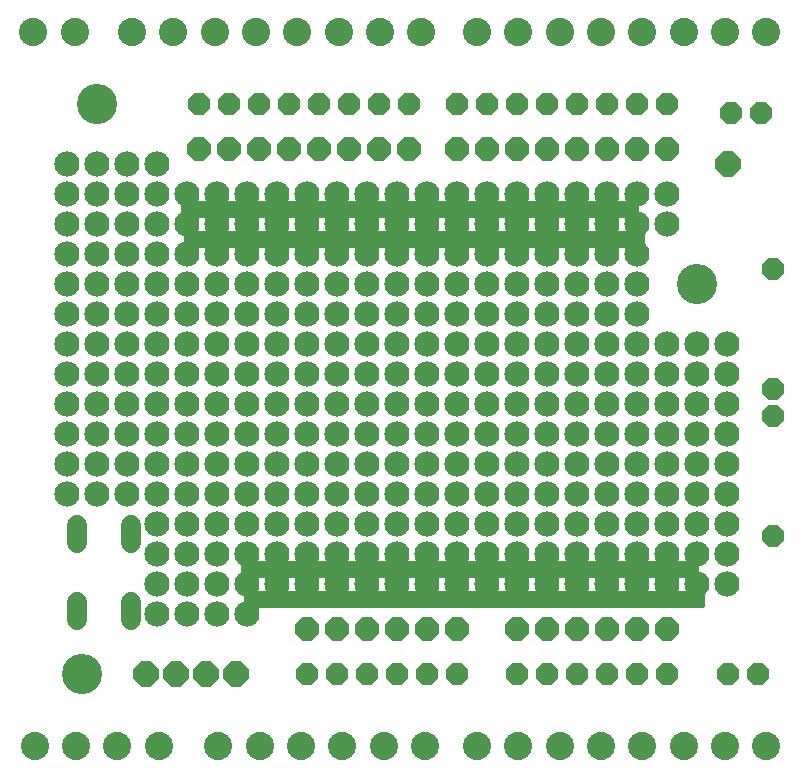
<source format=gbr>
G04 EAGLE Gerber RS-274X export*
G75*
%MOMM*%
%FSLAX34Y34*%
%LPD*%
%INSoldermask Top*%
%IPPOS*%
%AMOC8*
5,1,8,0,0,1.08239X$1,22.5*%
G01*
%ADD10P,2.034460X8X22.500000*%
%ADD11C,3.403200*%
%ADD12P,2.144431X8X112.500000*%
%ADD13P,2.144431X8X292.500000*%
%ADD14C,2.387600*%
%ADD15C,1.727200*%
%ADD16P,2.034460X8X112.500000*%
%ADD17P,2.034460X8X292.500000*%
%ADD18P,2.309387X8X22.500000*%
%ADD19C,2.133600*%

G36*
X614698Y386591D02*
X614698Y386591D01*
X614716Y386589D01*
X614898Y386610D01*
X615081Y386629D01*
X615098Y386634D01*
X615115Y386636D01*
X615290Y386693D01*
X615466Y386747D01*
X615481Y386755D01*
X615498Y386761D01*
X615658Y386851D01*
X615820Y386939D01*
X615833Y386950D01*
X615849Y386959D01*
X615988Y387079D01*
X616129Y387196D01*
X616140Y387210D01*
X616154Y387222D01*
X616266Y387367D01*
X616381Y387510D01*
X616389Y387526D01*
X616400Y387540D01*
X616482Y387705D01*
X616567Y387867D01*
X616572Y387884D01*
X616580Y387901D01*
X616627Y388079D01*
X616678Y388254D01*
X616680Y388272D01*
X616684Y388289D01*
X616711Y388620D01*
X616711Y398780D01*
X616710Y398796D01*
X616711Y398812D01*
X616711Y398813D01*
X616711Y398816D01*
X616690Y398998D01*
X616671Y399181D01*
X616666Y399198D01*
X616664Y399215D01*
X616607Y399390D01*
X616553Y399566D01*
X616545Y399581D01*
X616539Y399598D01*
X616449Y399758D01*
X616361Y399920D01*
X616350Y399933D01*
X616341Y399949D01*
X616221Y400088D01*
X616104Y400229D01*
X616090Y400240D01*
X616078Y400254D01*
X615933Y400366D01*
X615790Y400481D01*
X615774Y400489D01*
X615760Y400500D01*
X615595Y400582D01*
X615433Y400667D01*
X615416Y400672D01*
X615400Y400680D01*
X615221Y400727D01*
X615046Y400778D01*
X615028Y400780D01*
X615011Y400784D01*
X614680Y400811D01*
X228600Y400811D01*
X228582Y400809D01*
X228564Y400811D01*
X228382Y400790D01*
X228199Y400771D01*
X228182Y400766D01*
X228165Y400764D01*
X227990Y400707D01*
X227814Y400653D01*
X227799Y400645D01*
X227782Y400639D01*
X227622Y400549D01*
X227460Y400461D01*
X227447Y400450D01*
X227431Y400441D01*
X227292Y400321D01*
X227151Y400204D01*
X227140Y400190D01*
X227127Y400178D01*
X227014Y400033D01*
X226899Y399890D01*
X226891Y399874D01*
X226880Y399860D01*
X226798Y399695D01*
X226713Y399533D01*
X226708Y399516D01*
X226700Y399500D01*
X226653Y399321D01*
X226602Y399146D01*
X226600Y399128D01*
X226596Y399111D01*
X226569Y398780D01*
X226569Y388620D01*
X226571Y388602D01*
X226569Y388584D01*
X226590Y388402D01*
X226609Y388219D01*
X226614Y388202D01*
X226616Y388185D01*
X226673Y388010D01*
X226727Y387834D01*
X226735Y387819D01*
X226741Y387802D01*
X226831Y387642D01*
X226919Y387480D01*
X226930Y387467D01*
X226939Y387451D01*
X227059Y387312D01*
X227176Y387171D01*
X227190Y387160D01*
X227202Y387147D01*
X227347Y387034D01*
X227490Y386919D01*
X227506Y386911D01*
X227520Y386900D01*
X227685Y386818D01*
X227847Y386733D01*
X227864Y386728D01*
X227881Y386720D01*
X228059Y386673D01*
X228234Y386622D01*
X228252Y386620D01*
X228269Y386616D01*
X228600Y386589D01*
X614680Y386589D01*
X614698Y386591D01*
G37*
G36*
X665498Y81791D02*
X665498Y81791D01*
X665516Y81789D01*
X665698Y81810D01*
X665881Y81829D01*
X665898Y81834D01*
X665915Y81836D01*
X666090Y81893D01*
X666266Y81947D01*
X666281Y81955D01*
X666298Y81961D01*
X666458Y82051D01*
X666620Y82139D01*
X666633Y82150D01*
X666649Y82159D01*
X666788Y82279D01*
X666929Y82396D01*
X666940Y82410D01*
X666954Y82422D01*
X667066Y82567D01*
X667181Y82710D01*
X667189Y82726D01*
X667200Y82740D01*
X667282Y82905D01*
X667367Y83067D01*
X667372Y83084D01*
X667380Y83101D01*
X667427Y83279D01*
X667478Y83454D01*
X667480Y83472D01*
X667484Y83489D01*
X667511Y83820D01*
X667511Y93980D01*
X667510Y93996D01*
X667511Y94012D01*
X667511Y94013D01*
X667511Y94016D01*
X667490Y94198D01*
X667471Y94381D01*
X667466Y94398D01*
X667464Y94415D01*
X667407Y94590D01*
X667353Y94766D01*
X667345Y94781D01*
X667339Y94798D01*
X667249Y94958D01*
X667161Y95120D01*
X667150Y95133D01*
X667141Y95149D01*
X667021Y95288D01*
X666904Y95429D01*
X666890Y95440D01*
X666878Y95454D01*
X666733Y95566D01*
X666590Y95681D01*
X666574Y95689D01*
X666560Y95700D01*
X666395Y95782D01*
X666233Y95867D01*
X666216Y95872D01*
X666200Y95880D01*
X666021Y95927D01*
X665846Y95978D01*
X665828Y95980D01*
X665811Y95984D01*
X665480Y96011D01*
X279400Y96011D01*
X279382Y96009D01*
X279364Y96011D01*
X279182Y95990D01*
X278999Y95971D01*
X278982Y95966D01*
X278965Y95964D01*
X278790Y95907D01*
X278614Y95853D01*
X278599Y95845D01*
X278582Y95839D01*
X278422Y95749D01*
X278260Y95661D01*
X278247Y95650D01*
X278231Y95641D01*
X278092Y95521D01*
X277951Y95404D01*
X277940Y95390D01*
X277927Y95378D01*
X277814Y95233D01*
X277699Y95090D01*
X277691Y95074D01*
X277680Y95060D01*
X277598Y94895D01*
X277513Y94733D01*
X277508Y94716D01*
X277500Y94700D01*
X277453Y94521D01*
X277402Y94346D01*
X277400Y94328D01*
X277396Y94311D01*
X277369Y93980D01*
X277369Y83820D01*
X277371Y83802D01*
X277369Y83784D01*
X277390Y83602D01*
X277409Y83419D01*
X277414Y83402D01*
X277416Y83385D01*
X277473Y83210D01*
X277527Y83034D01*
X277535Y83019D01*
X277541Y83002D01*
X277631Y82842D01*
X277719Y82680D01*
X277730Y82667D01*
X277739Y82651D01*
X277859Y82512D01*
X277976Y82371D01*
X277990Y82360D01*
X278002Y82347D01*
X278147Y82234D01*
X278290Y82119D01*
X278306Y82111D01*
X278320Y82100D01*
X278485Y82018D01*
X278647Y81933D01*
X278664Y81928D01*
X278681Y81920D01*
X278859Y81873D01*
X279034Y81822D01*
X279052Y81820D01*
X279069Y81816D01*
X279400Y81789D01*
X665480Y81789D01*
X665498Y81791D01*
G37*
G36*
X609618Y411991D02*
X609618Y411991D01*
X609636Y411989D01*
X609818Y412010D01*
X610001Y412029D01*
X610018Y412034D01*
X610035Y412036D01*
X610210Y412093D01*
X610386Y412147D01*
X610401Y412155D01*
X610418Y412161D01*
X610578Y412251D01*
X610740Y412339D01*
X610753Y412350D01*
X610769Y412359D01*
X610908Y412479D01*
X611049Y412596D01*
X611060Y412610D01*
X611074Y412622D01*
X611186Y412767D01*
X611301Y412910D01*
X611309Y412926D01*
X611320Y412940D01*
X611402Y413105D01*
X611487Y413267D01*
X611492Y413284D01*
X611500Y413301D01*
X611547Y413479D01*
X611598Y413654D01*
X611600Y413672D01*
X611604Y413689D01*
X611631Y414020D01*
X611631Y424180D01*
X611630Y424196D01*
X611631Y424212D01*
X611631Y424213D01*
X611631Y424216D01*
X611610Y424398D01*
X611591Y424581D01*
X611586Y424598D01*
X611584Y424615D01*
X611527Y424790D01*
X611473Y424966D01*
X611465Y424981D01*
X611459Y424998D01*
X611369Y425158D01*
X611281Y425320D01*
X611270Y425333D01*
X611261Y425349D01*
X611141Y425488D01*
X611024Y425629D01*
X611010Y425640D01*
X610998Y425654D01*
X610853Y425766D01*
X610710Y425881D01*
X610694Y425889D01*
X610680Y425900D01*
X610515Y425982D01*
X610353Y426067D01*
X610336Y426072D01*
X610320Y426080D01*
X610141Y426127D01*
X609966Y426178D01*
X609948Y426180D01*
X609931Y426184D01*
X609600Y426211D01*
X226060Y426211D01*
X226042Y426209D01*
X226024Y426211D01*
X225842Y426190D01*
X225659Y426171D01*
X225642Y426166D01*
X225625Y426164D01*
X225450Y426107D01*
X225274Y426053D01*
X225259Y426045D01*
X225242Y426039D01*
X225082Y425949D01*
X224920Y425861D01*
X224907Y425850D01*
X224891Y425841D01*
X224752Y425721D01*
X224611Y425604D01*
X224600Y425590D01*
X224587Y425578D01*
X224474Y425433D01*
X224359Y425290D01*
X224351Y425274D01*
X224340Y425260D01*
X224258Y425095D01*
X224173Y424933D01*
X224168Y424916D01*
X224160Y424900D01*
X224113Y424721D01*
X224062Y424546D01*
X224060Y424528D01*
X224056Y424511D01*
X224029Y424180D01*
X224029Y414020D01*
X224031Y414002D01*
X224029Y413984D01*
X224050Y413802D01*
X224069Y413619D01*
X224074Y413602D01*
X224076Y413585D01*
X224133Y413410D01*
X224187Y413234D01*
X224195Y413219D01*
X224201Y413202D01*
X224291Y413042D01*
X224379Y412880D01*
X224390Y412867D01*
X224399Y412851D01*
X224519Y412712D01*
X224636Y412571D01*
X224650Y412560D01*
X224662Y412547D01*
X224807Y412434D01*
X224950Y412319D01*
X224966Y412311D01*
X224980Y412300D01*
X225145Y412218D01*
X225307Y412133D01*
X225324Y412128D01*
X225341Y412120D01*
X225519Y412073D01*
X225694Y412022D01*
X225712Y412020D01*
X225729Y412016D01*
X226060Y411989D01*
X609600Y411989D01*
X609618Y411991D01*
G37*
G36*
X660418Y107191D02*
X660418Y107191D01*
X660436Y107189D01*
X660618Y107210D01*
X660801Y107229D01*
X660818Y107234D01*
X660835Y107236D01*
X661010Y107293D01*
X661186Y107347D01*
X661201Y107355D01*
X661218Y107361D01*
X661378Y107451D01*
X661540Y107539D01*
X661553Y107550D01*
X661569Y107559D01*
X661708Y107679D01*
X661849Y107796D01*
X661860Y107810D01*
X661874Y107822D01*
X661986Y107967D01*
X662101Y108110D01*
X662109Y108126D01*
X662120Y108140D01*
X662202Y108305D01*
X662287Y108467D01*
X662292Y108484D01*
X662300Y108501D01*
X662347Y108679D01*
X662398Y108854D01*
X662400Y108872D01*
X662404Y108889D01*
X662431Y109220D01*
X662431Y119380D01*
X662430Y119396D01*
X662431Y119412D01*
X662431Y119413D01*
X662431Y119416D01*
X662410Y119598D01*
X662391Y119781D01*
X662386Y119798D01*
X662384Y119815D01*
X662327Y119990D01*
X662273Y120166D01*
X662265Y120181D01*
X662259Y120198D01*
X662169Y120358D01*
X662081Y120520D01*
X662070Y120533D01*
X662061Y120549D01*
X661941Y120688D01*
X661824Y120829D01*
X661810Y120840D01*
X661798Y120854D01*
X661653Y120966D01*
X661510Y121081D01*
X661494Y121089D01*
X661480Y121100D01*
X661315Y121182D01*
X661153Y121267D01*
X661136Y121272D01*
X661120Y121280D01*
X660941Y121327D01*
X660766Y121378D01*
X660748Y121380D01*
X660731Y121384D01*
X660400Y121411D01*
X276860Y121411D01*
X276842Y121409D01*
X276824Y121411D01*
X276642Y121390D01*
X276459Y121371D01*
X276442Y121366D01*
X276425Y121364D01*
X276250Y121307D01*
X276074Y121253D01*
X276059Y121245D01*
X276042Y121239D01*
X275882Y121149D01*
X275720Y121061D01*
X275707Y121050D01*
X275691Y121041D01*
X275552Y120921D01*
X275411Y120804D01*
X275400Y120790D01*
X275387Y120778D01*
X275274Y120633D01*
X275159Y120490D01*
X275151Y120474D01*
X275140Y120460D01*
X275058Y120295D01*
X274973Y120133D01*
X274968Y120116D01*
X274960Y120100D01*
X274913Y119921D01*
X274862Y119746D01*
X274860Y119728D01*
X274856Y119711D01*
X274829Y119380D01*
X274829Y109220D01*
X274831Y109202D01*
X274829Y109184D01*
X274850Y109002D01*
X274869Y108819D01*
X274874Y108802D01*
X274876Y108785D01*
X274933Y108610D01*
X274987Y108434D01*
X274995Y108419D01*
X275001Y108402D01*
X275091Y108242D01*
X275179Y108080D01*
X275190Y108067D01*
X275199Y108051D01*
X275319Y107912D01*
X275436Y107771D01*
X275450Y107760D01*
X275462Y107747D01*
X275607Y107634D01*
X275750Y107519D01*
X275766Y107511D01*
X275780Y107500D01*
X275945Y107418D01*
X276107Y107333D01*
X276124Y107328D01*
X276141Y107320D01*
X276319Y107273D01*
X276494Y107222D01*
X276512Y107220D01*
X276529Y107216D01*
X276860Y107189D01*
X660400Y107189D01*
X660418Y107191D01*
G37*
D10*
X533400Y508000D03*
X508000Y25400D03*
X558800Y508000D03*
X584200Y508000D03*
X609600Y508000D03*
X635000Y508000D03*
X508000Y508000D03*
X482600Y508000D03*
X457200Y508000D03*
X416560Y508000D03*
X391160Y508000D03*
X365760Y508000D03*
X340360Y508000D03*
X314960Y508000D03*
X289560Y508000D03*
X264160Y508000D03*
X238760Y508000D03*
X533400Y25400D03*
X558800Y25400D03*
X584200Y25400D03*
X609600Y25400D03*
X635000Y25400D03*
X457200Y25400D03*
X431800Y25400D03*
X406400Y25400D03*
X381000Y25400D03*
X355600Y25400D03*
X330200Y25400D03*
D11*
X152400Y508000D03*
X660400Y355600D03*
X139700Y25400D03*
D12*
X457200Y469900D03*
X482600Y469900D03*
X508000Y469900D03*
X533400Y469900D03*
X558800Y469900D03*
X584200Y469900D03*
X609600Y469900D03*
X635000Y469900D03*
X238760Y469900D03*
X264160Y469900D03*
X289560Y469900D03*
X314960Y469900D03*
X340360Y469900D03*
X365760Y469900D03*
X391160Y469900D03*
X416560Y469900D03*
D13*
X457200Y63500D03*
X431800Y63500D03*
X406400Y63500D03*
X381000Y63500D03*
X355600Y63500D03*
X330200Y63500D03*
X635000Y63500D03*
X609600Y63500D03*
X584200Y63500D03*
X558800Y63500D03*
X533400Y63500D03*
X508000Y63500D03*
D14*
X395400Y-35560D03*
X360400Y-35560D03*
X325400Y-35560D03*
X290400Y-35560D03*
X255400Y-35560D03*
X430400Y-35560D03*
X614400Y-35560D03*
X579400Y-35560D03*
X544400Y-35560D03*
X509400Y-35560D03*
X474400Y-35560D03*
X649400Y-35560D03*
X684400Y-35560D03*
X719400Y-35560D03*
X204900Y-35560D03*
X169900Y-35560D03*
X134900Y-35560D03*
X99900Y-35560D03*
X98840Y568960D03*
X133840Y568960D03*
X579400Y568960D03*
X614400Y568960D03*
X649400Y568960D03*
X684400Y568960D03*
X719400Y568960D03*
X544400Y568960D03*
X509400Y568960D03*
X474400Y568960D03*
X287300Y568960D03*
X322300Y568960D03*
X357300Y568960D03*
X392300Y568960D03*
X427300Y568960D03*
X252300Y568960D03*
X217300Y568960D03*
X182300Y568960D03*
D15*
X136144Y86868D02*
X136144Y71628D01*
X181356Y71628D02*
X181356Y86868D01*
X136144Y136652D02*
X136144Y151892D01*
X181356Y151892D02*
X181356Y136652D01*
D10*
X689610Y500380D03*
X715010Y500380D03*
D16*
X725170Y266700D03*
X725170Y368300D03*
D17*
X725170Y243840D03*
X725170Y142240D03*
D10*
X687070Y25400D03*
X712470Y25400D03*
D18*
X687070Y457200D03*
X270510Y25400D03*
X245110Y25400D03*
X219710Y25400D03*
X194310Y25400D03*
D19*
X228600Y406400D03*
X254000Y381000D03*
X228600Y381000D03*
X279400Y381000D03*
X304800Y381000D03*
X330200Y381000D03*
X355600Y381000D03*
X381000Y381000D03*
X406400Y381000D03*
X431800Y381000D03*
X457200Y381000D03*
X482600Y381000D03*
X508000Y381000D03*
X558800Y381000D03*
X533400Y381000D03*
X584200Y381000D03*
X609600Y381000D03*
X635000Y304800D03*
X635000Y279400D03*
X635000Y254000D03*
X635000Y228600D03*
X635000Y203200D03*
X635000Y177800D03*
X635000Y152400D03*
X609600Y152400D03*
X609600Y177800D03*
X609600Y203200D03*
X609600Y228600D03*
X609600Y254000D03*
X609600Y279400D03*
X609600Y304800D03*
X609600Y330200D03*
X609600Y355600D03*
X584200Y355600D03*
X584200Y330200D03*
X584200Y304800D03*
X584200Y254000D03*
X584200Y279400D03*
X584200Y228600D03*
X584200Y203200D03*
X584200Y177800D03*
X584200Y152400D03*
X533400Y152400D03*
X558800Y152400D03*
X558800Y177800D03*
X533400Y177800D03*
X533400Y203200D03*
X558800Y203200D03*
X558800Y228600D03*
X533400Y228600D03*
X533400Y254000D03*
X558800Y254000D03*
X558800Y279400D03*
X533400Y279400D03*
X533400Y304800D03*
X558800Y304800D03*
X558800Y330200D03*
X533400Y330200D03*
X533400Y355600D03*
X558800Y355600D03*
X508000Y355600D03*
X508000Y304800D03*
X508000Y330200D03*
X508000Y279400D03*
X508000Y254000D03*
X508000Y228600D03*
X508000Y203200D03*
X508000Y177800D03*
X508000Y152400D03*
X482600Y330200D03*
X482600Y355600D03*
X482600Y304800D03*
X482600Y279400D03*
X482600Y254000D03*
X482600Y228600D03*
X482600Y203200D03*
X482600Y177800D03*
X482600Y152400D03*
X457200Y152400D03*
X457200Y177800D03*
X457200Y203200D03*
X457200Y228600D03*
X457200Y254000D03*
X457200Y279400D03*
X457200Y304800D03*
X457200Y330200D03*
X457200Y355600D03*
X431800Y355600D03*
X431800Y330200D03*
X431800Y304800D03*
X431800Y279400D03*
X431800Y254000D03*
X431800Y228600D03*
X431800Y203200D03*
X431800Y177800D03*
X431800Y152400D03*
X381000Y152400D03*
X406400Y152400D03*
X406400Y177800D03*
X381000Y177800D03*
X381000Y203200D03*
X406400Y203200D03*
X406400Y228600D03*
X381000Y254000D03*
X381000Y279400D03*
X406400Y304800D03*
X381000Y304800D03*
X381000Y330200D03*
X406400Y355600D03*
X381000Y355600D03*
X406400Y330200D03*
X406400Y279400D03*
X381000Y228600D03*
X406400Y254000D03*
X355600Y152400D03*
X355600Y177800D03*
X355600Y355600D03*
X355600Y330200D03*
X355600Y304800D03*
X355600Y279400D03*
X355600Y254000D03*
X355600Y203200D03*
X355600Y228600D03*
X330200Y228600D03*
X330200Y355600D03*
X330200Y304800D03*
X330200Y330200D03*
X330200Y279400D03*
X330200Y254000D03*
X330200Y203200D03*
X330200Y177800D03*
X330200Y152400D03*
X304800Y152400D03*
X304800Y177800D03*
X304800Y203200D03*
X304800Y228600D03*
X304800Y279400D03*
X304800Y304800D03*
X304800Y330200D03*
X304800Y355600D03*
X304800Y254000D03*
X279400Y330200D03*
X279400Y355600D03*
X279400Y304800D03*
X279400Y279400D03*
X279400Y254000D03*
X279400Y228600D03*
X279400Y203200D03*
X279400Y177800D03*
X279400Y152400D03*
X279400Y127000D03*
X254000Y127000D03*
X254000Y152400D03*
X254000Y177800D03*
X254000Y203200D03*
X254000Y254000D03*
X254000Y279400D03*
X254000Y304800D03*
X254000Y330200D03*
X254000Y355600D03*
X254000Y228600D03*
X228600Y254000D03*
X228600Y304800D03*
X228600Y330200D03*
X228600Y355600D03*
X228600Y279400D03*
X228600Y228600D03*
X228600Y177800D03*
X228600Y203200D03*
X228600Y152400D03*
X228600Y127000D03*
X203200Y431800D03*
X203200Y381000D03*
X203200Y406400D03*
X203200Y355600D03*
X203200Y304800D03*
X203200Y279400D03*
X203200Y254000D03*
X203200Y330200D03*
X203200Y228600D03*
X203200Y203200D03*
X203200Y177800D03*
X203200Y152400D03*
X203200Y127000D03*
X177800Y177800D03*
X177800Y203200D03*
X177800Y228600D03*
X177800Y254000D03*
X177800Y279400D03*
X177800Y304800D03*
X177800Y330200D03*
X177800Y355600D03*
X177800Y381000D03*
X177800Y406400D03*
X177800Y431800D03*
X127000Y431800D03*
X152400Y431800D03*
X127000Y406400D03*
X152400Y406400D03*
X127000Y381000D03*
X152400Y381000D03*
X152400Y355600D03*
X127000Y355600D03*
X127000Y304800D03*
X127000Y330200D03*
X152400Y330200D03*
X152400Y304800D03*
X152400Y279400D03*
X152400Y254000D03*
X152400Y228600D03*
X152400Y203200D03*
X152400Y177800D03*
X203200Y76200D03*
X203200Y101600D03*
X228600Y101600D03*
X228600Y76200D03*
X254000Y76200D03*
X254000Y101600D03*
X127000Y279400D03*
X127000Y254000D03*
X127000Y228600D03*
X127000Y203200D03*
X127000Y177800D03*
X685800Y304800D03*
X685800Y254000D03*
X660400Y304800D03*
X660400Y279400D03*
X660400Y254000D03*
X660400Y203200D03*
X660400Y228600D03*
X660400Y177800D03*
X660400Y152400D03*
X685800Y152400D03*
X685800Y177800D03*
X685800Y203200D03*
X685800Y228600D03*
X685800Y279400D03*
X279400Y76200D03*
X279400Y101600D03*
X635000Y431800D03*
X609600Y431800D03*
X584200Y431800D03*
X558800Y431800D03*
X533400Y431800D03*
X508000Y431800D03*
X482600Y431800D03*
X457200Y431800D03*
X431800Y431800D03*
X406400Y431800D03*
X381000Y431800D03*
X355600Y431800D03*
X330200Y431800D03*
X304800Y431800D03*
X279400Y431800D03*
X254000Y431800D03*
X685800Y127000D03*
X660400Y127000D03*
X635000Y127000D03*
X609600Y127000D03*
X584200Y127000D03*
X558800Y127000D03*
X533400Y127000D03*
X508000Y127000D03*
X482600Y127000D03*
X457200Y127000D03*
X431800Y127000D03*
X406400Y127000D03*
X381000Y127000D03*
X355600Y127000D03*
X330200Y127000D03*
X304800Y127000D03*
X228600Y431800D03*
X254000Y406400D03*
X279400Y406400D03*
X304800Y406400D03*
X330200Y406400D03*
X355600Y406400D03*
X381000Y406400D03*
X406400Y406400D03*
X431800Y406400D03*
X457200Y406400D03*
X482600Y406400D03*
X508000Y406400D03*
X533400Y406400D03*
X558800Y406400D03*
X584200Y406400D03*
X609600Y406400D03*
X635000Y406400D03*
X304800Y101600D03*
X330200Y101600D03*
X355600Y101600D03*
X381000Y101600D03*
X406400Y101600D03*
X431800Y101600D03*
X457200Y101600D03*
X482600Y101600D03*
X508000Y101600D03*
X533400Y101600D03*
X558800Y101600D03*
X584200Y101600D03*
X609600Y101600D03*
X635000Y101600D03*
X660400Y101600D03*
X685800Y101600D03*
X203200Y457200D03*
X177800Y457200D03*
X152400Y457200D03*
X127000Y457200D03*
M02*

</source>
